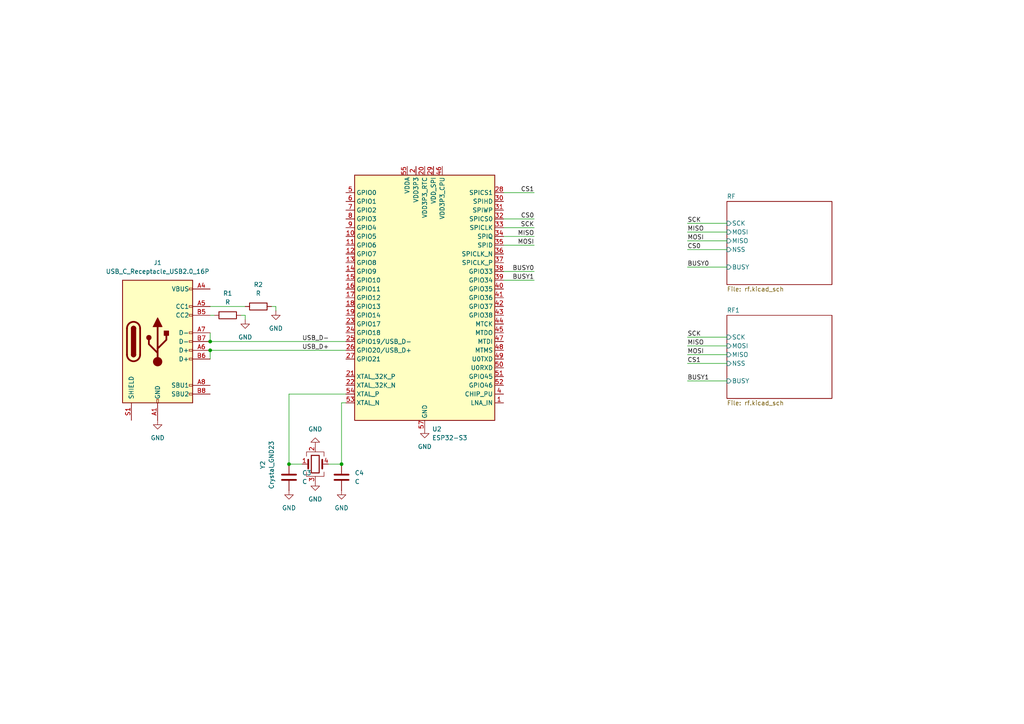
<source format=kicad_sch>
(kicad_sch (version 20250114) (generator "eeschema") (generator_version "9.0")
  (paper "A4")
  (lib_symbols
    (symbol "Connector:USB_C_Receptacle_USB2.0_16P" (pin_names (offset 1.016))
      (property "Reference" "J" (at 0 22.225 0))
      (property "Value" "USB_C_Receptacle_USB2.0_16P" (at 0 19.685 0))
      (symbol "USB_C_Receptacle_USB2.0_16P_0_0"
        (rectangle (start -0.254 -17.78) (end 0.254 -16.764))
        (rectangle (start 10.16 15.494) (end 9.144 14.986))
        (rectangle (start 10.16 10.414) (end 9.144 9.906))
        (rectangle (start 10.16 7.874) (end 9.144 7.366))
        (rectangle (start 10.16 2.794) (end 9.144 2.286))
        (rectangle (start 10.16 0.254) (end 9.144 -0.254))
        (rectangle (start 10.16 -2.286) (end 9.144 -2.794))
        (rectangle (start 10.16 -4.826) (end 9.144 -5.334))
        (rectangle (start 10.16 -12.446) (end 9.144 -12.954))
        (rectangle (start 10.16 -14.986) (end 9.144 -15.494))
      )
      (symbol "USB_C_Receptacle_USB2.0_16P_0_1"
        (rectangle (start -10.16 17.78) (end 10.16 -17.78) (stroke (width 0.254)) (fill (type background)))
        (polyline (pts (xy -8.89 -3.81) (xy -8.89 3.81)) (stroke (width 0.508)))
        (rectangle (start -7.62 -3.81) (end -6.35 3.81) (stroke (width 0.254)) (fill (type outline)))
        (arc (start -7.62 3.81) (mid -6.985 4.4423) (end -6.35 3.81) (stroke (width 0.254)))
        (arc (start -7.62 3.81) (mid -6.985 4.4423) (end -6.35 3.81) (stroke (width 0.254)) (fill (type outline)))
        (arc (start -8.89 3.81) (mid -6.985 5.7067) (end -5.08 3.81) (stroke (width 0.508)))
        (arc (start -5.08 -3.81) (mid -6.985 -5.7067) (end -8.89 -3.81) (stroke (width 0.508)))
        (arc (start -6.35 -3.81) (mid -6.985 -4.4423) (end -7.62 -3.81) (stroke (width 0.254)))
        (arc (start -6.35 -3.81) (mid -6.985 -4.4423) (end -7.62 -3.81) (stroke (width 0.254)) (fill (type outline)))
        (polyline (pts (xy -5.08 3.81) (xy -5.08 -3.81)) (stroke (width 0.508)))
        (circle (center -2.54 1.143) (radius 0.635) (stroke (width 0.254)) (fill (type outline)))
        (polyline (pts (xy -1.27 4.318) (xy 0 6.858) (xy 1.27 4.318) (xy -1.27 4.318)) (stroke (width 0.254)) (fill (type outline)))
        (polyline (pts (xy 0 -2.032) (xy 2.54 0.508) (xy 2.54 1.778)) (stroke (width 0.508)))
        (polyline (pts (xy 0 -3.302) (xy -2.54 -0.762) (xy -2.54 0.508)) (stroke (width 0.508)))
        (polyline (pts (xy 0 -5.842) (xy 0 4.318)) (stroke (width 0.508)))
        (circle (center 0 -5.842) (radius 1.27) (fill (type outline)))
        (rectangle (start 1.905 1.778) (end 3.175 3.048) (stroke (width 0.254)) (fill (type outline)))
      )
      (symbol "USB_C_Receptacle_USB2.0_16P_1_1"
        (pin passive line (at -7.62 -22.86 90) (length 5.08) (name "SHIELD") (number "S1"))
        (pin passive line (at 0 -22.86 90) (length 5.08) (name "GND") (number "A1"))
        (pin passive line (at 0 -22.86 90) (length 5.08) (hide yes) (name "GND") (number "A12"))
        (pin passive line (at 0 -22.86 90) (length 5.08) (hide yes) (name "GND") (number "B1"))
        (pin passive line (at 0 -22.86 90) (length 5.08) (hide yes) (name "GND") (number "B12"))
        (pin passive line (at 15.24 15.24 180) (length 5.08) (name "VBUS") (number "A4"))
        (pin passive line (at 15.24 15.24 180) (length 5.08) (hide yes) (name "VBUS") (number "A9"))
        (pin passive line (at 15.24 15.24 180) (length 5.08) (hide yes) (name "VBUS") (number "B4"))
        (pin passive line (at 15.24 15.24 180) (length 5.08) (hide yes) (name "VBUS") (number "B9"))
        (pin bidirectional line (at 15.24 10.16 180) (length 5.08) (name "CC1") (number "A5"))
        (pin bidirectional line (at 15.24 7.62 180) (length 5.08) (name "CC2") (number "B5"))
        (pin bidirectional line (at 15.24 2.54 180) (length 5.08) (name "D-") (number "A7"))
        (pin bidirectional line (at 15.24 0 180) (length 5.08) (name "D-") (number "B7"))
        (pin bidirectional line (at 15.24 -2.54 180) (length 5.08) (name "D+") (number "A6"))
        (pin bidirectional line (at 15.24 -5.08 180) (length 5.08) (name "D+") (number "B6"))
        (pin bidirectional line (at 15.24 -12.7 180) (length 5.08) (name "SBU1") (number "A8"))
        (pin bidirectional line (at 15.24 -15.24 180) (length 5.08) (name "SBU2") (number "B8"))
      )
    )
    (symbol "Device:C" (pin_numbers (hide yes)) (pin_names (offset 0.254))
      (property "Reference" "C" (at 0.635 2.54 0))
      (property "Value" "C" (at 0.635 -2.54 0))
      (symbol "C_0_1"
        (polyline (pts (xy -2.032 0.762) (xy 2.032 0.762)) (stroke (width 0.508)))
        (polyline (pts (xy -2.032 -0.762) (xy 2.032 -0.762)) (stroke (width 0.508)))
      )
      (symbol "C_1_1"
        (pin passive line (at 0 3.81 270) (length 2.794) (name "~") (number "1"))
        (pin passive line (at 0 -3.81 90) (length 2.794) (name "~") (number "2"))
      )
    )
    (symbol "Device:Crystal_GND23" (pin_names (offset 1.016) (hide yes))
      (property "Reference" "Y" (at 3.175 5.08 0))
      (property "Value" "Crystal_GND23" (at 3.175 3.175 0))
      (symbol "Crystal_GND23_0_1"
        (polyline (pts (xy -2.54 2.286) (xy -2.54 3.556) (xy 2.54 3.556) (xy 2.54 2.286)))
        (polyline (pts (xy -2.54 0) (xy -2.032 0)))
        (polyline (pts (xy -2.54 -2.286) (xy -2.54 -3.556) (xy 2.54 -3.556) (xy 2.54 -2.286)))
        (polyline (pts (xy -2.032 -1.27) (xy -2.032 1.27)) (stroke (width 0.508)))
        (rectangle (start -1.143 2.54) (end 1.143 -2.54) (stroke (width 0.3048)))
        (polyline (pts (xy 0 3.556) (xy 0 3.81)))
        (polyline (pts (xy 0 -3.81) (xy 0 -3.556)))
        (polyline (pts (xy 2.032 0) (xy 2.54 0)))
        (polyline (pts (xy 2.032 -1.27) (xy 2.032 1.27)) (stroke (width 0.508)))
      )
      (symbol "Crystal_GND23_1_1"
        (pin passive line (at -3.81 0 0) (length 1.27) (name "1") (number "1"))
        (pin passive line (at 0 5.08 270) (length 1.27) (name "2") (number "2"))
        (pin passive line (at 0 -5.08 90) (length 1.27) (name "3") (number "3"))
        (pin passive line (at 3.81 0 180) (length 1.27) (name "4") (number "4"))
      )
    )
    (symbol "Device:R" (pin_numbers (hide yes)) (pin_names (offset 0))
      (property "Reference" "R" (at 2.032 0 90))
      (property "Value" "R" (at 0 0 90))
      (symbol "R_0_1"
        (rectangle (start -1.016 -2.54) (end 1.016 2.54) (stroke (width 0.254)))
      )
      (symbol "R_1_1"
        (pin passive line (at 0 3.81 270) (length 1.27) (name "~") (number "1"))
        (pin passive line (at 0 -3.81 90) (length 1.27) (name "~") (number "2"))
      )
    )
    (symbol "MCU_Espressif:ESP32-S3"
      (property "Reference" "U" (at 10.16 -38.1 0))
      (property "Value" "ESP32-S3" (at 13.97 -40.64 0))
      (symbol "ESP32-S3_0_1"
        (rectangle (start -20.32 35.56) (end 20.32 -35.56) (stroke (width 0.254)) (fill (type background)))
      )
      (symbol "ESP32-S3_1_0"
        (pin passive line (at -5.08 38.1 270) (length 2.54) (hide yes) (name "VDDA") (number "56"))
        (pin bidirectional line (at 22.86 12.7 180) (length 2.54) (name "SPICLK_N") (number "36"))
        (pin bidirectional line (at 22.86 -10.16 180) (length 2.54) (name "MTDO") (number "45"))
        (pin bidirectional line (at 22.86 -22.86 180) (length 2.54) (name "GPIO45") (number "51"))
      )
      (symbol "ESP32-S3_1_1"
        (pin bidirectional line (at -22.86 30.48 0) (length 2.54) (name "GPIO0") (number "5"))
        (pin bidirectional line (at -22.86 27.94 0) (length 2.54) (name "GPIO1") (number "6"))
        (pin bidirectional line (at -22.86 25.4 0) (length 2.54) (name "GPIO2") (number "7"))
        (pin bidirectional line (at -22.86 22.86 0) (length 2.54) (name "GPIO3") (number "8"))
        (pin bidirectional line (at -22.86 20.32 0) (length 2.54) (name "GPIO4") (number "9"))
        (pin bidirectional line (at -22.86 17.78 0) (length 2.54) (name "GPIO5") (number "10"))
        (pin bidirectional line (at -22.86 15.24 0) (length 2.54) (name "GPIO6") (number "11"))
        (pin bidirectional line (at -22.86 12.7 0) (length 2.54) (name "GPIO7") (number "12"))
        (pin bidirectional line (at -22.86 10.16 0) (length 2.54) (name "GPIO8") (number "13"))
        (pin bidirectional line (at -22.86 7.62 0) (length 2.54) (name "GPIO9") (number "14"))
        (pin bidirectional line (at -22.86 5.08 0) (length 2.54) (name "GPIO10") (number "15"))
        (pin bidirectional line (at -22.86 2.54 0) (length 2.54) (name "GPIO11") (number "16"))
        (pin bidirectional line (at -22.86 0 0) (length 2.54) (name "GPIO12") (number "17"))
        (pin bidirectional line (at -22.86 -2.54 0) (length 2.54) (name "GPIO13") (number "18"))
        (pin bidirectional line (at -22.86 -5.08 0) (length 2.54) (name "GPIO14") (number "19"))
        (pin bidirectional line (at -22.86 -7.62 0) (length 2.54) (name "GPIO17") (number "23"))
        (pin bidirectional line (at -22.86 -10.16 0) (length 2.54) (name "GPIO18") (number "24"))
        (pin bidirectional line (at -22.86 -12.7 0) (length 2.54) (name "GPIO19/USB_D-") (number "25"))
        (pin bidirectional line (at -22.86 -15.24 0) (length 2.54) (name "GPIO20/USB_D+") (number "26"))
        (pin bidirectional line (at -22.86 -17.78 0) (length 2.54) (name "GPIO21") (number "27"))
        (pin passive line (at -22.86 -22.86 0) (length 2.54) (name "XTAL_32K_P") (number "21"))
        (pin passive line (at -22.86 -25.4 0) (length 2.54) (name "XTAL_32K_N") (number "22"))
        (pin input line (at -22.86 -27.94 0) (length 2.54) (name "XTAL_P") (number "54"))
        (pin output line (at -22.86 -30.48 0) (length 2.54) (name "XTAL_N") (number "53"))
        (pin power_in line (at -5.08 38.1 270) (length 2.54) (name "VDDA") (number "55"))
        (pin power_in line (at -2.54 38.1 270) (length 2.54) (name "VDD3P3") (number "2"))
        (pin passive line (at -2.54 38.1 270) (length 2.54) (hide yes) (name "VDD3P3") (number "3"))
        (pin power_in line (at 0 38.1 270) (length 2.54) (name "VDD3P3_RTC") (number "20"))
        (pin power_in line (at 0 -38.1 90) (length 2.54) (name "GND") (number "57"))
        (pin power_in line (at 2.54 38.1 270) (length 2.54) (name "VDD_SPI") (number "29"))
        (pin power_in line (at 5.08 38.1 270) (length 2.54) (name "VDD3P3_CPU") (number "46"))
        (pin bidirectional line (at 22.86 30.48 180) (length 2.54) (name "SPICS1") (number "28"))
        (pin bidirectional line (at 22.86 27.94 180) (length 2.54) (name "SPIHD") (number "30"))
        (pin bidirectional line (at 22.86 25.4 180) (length 2.54) (name "SPIWP") (number "31"))
        (pin bidirectional line (at 22.86 22.86 180) (length 2.54) (name "SPICS0") (number "32"))
        (pin bidirectional line (at 22.86 20.32 180) (length 2.54) (name "SPICLK") (number "33"))
        (pin bidirectional line (at 22.86 17.78 180) (length 2.54) (name "SPIQ") (number "34"))
        (pin bidirectional line (at 22.86 15.24 180) (length 2.54) (name "SPID") (number "35"))
        (pin bidirectional line (at 22.86 10.16 180) (length 2.54) (name "SPICLK_P") (number "37"))
        (pin bidirectional line (at 22.86 7.62 180) (length 2.54) (name "GPIO33") (number "38"))
        (pin bidirectional line (at 22.86 5.08 180) (length 2.54) (name "GPIO34") (number "39"))
        (pin bidirectional line (at 22.86 2.54 180) (length 2.54) (name "GPIO35") (number "40"))
        (pin bidirectional line (at 22.86 0 180) (length 2.54) (name "GPIO36") (number "41"))
        (pin bidirectional line (at 22.86 -2.54 180) (length 2.54) (name "GPIO37") (number "42"))
        (pin bidirectional line (at 22.86 -5.08 180) (length 2.54) (name "GPIO38") (number "43"))
        (pin bidirectional line (at 22.86 -7.62 180) (length 2.54) (name "MTCK") (number "44"))
        (pin bidirectional line (at 22.86 -12.7 180) (length 2.54) (name "MTDI") (number "47"))
        (pin bidirectional line (at 22.86 -15.24 180) (length 2.54) (name "MTMS") (number "48"))
        (pin bidirectional line (at 22.86 -17.78 180) (length 2.54) (name "U0TXD") (number "49"))
        (pin bidirectional line (at 22.86 -20.32 180) (length 2.54) (name "U0RXD") (number "50"))
        (pin bidirectional line (at 22.86 -25.4 180) (length 2.54) (name "GPIO46") (number "52"))
        (pin input line (at 22.86 -27.94 180) (length 2.54) (name "CHIP_PU") (number "4"))
        (pin bidirectional line (at 22.86 -30.48 180) (length 2.54) (name "LNA_IN") (number "1"))
      )
    )
    (symbol "power:GND" (power) (pin_numbers (hide yes)) (pin_names (offset 0) (hide yes))
      (property "Value" "GND" (at 0 -3.81 0))
      (symbol "GND_0_1"
        (polyline (pts (xy 0 0) (xy 0 -1.27) (xy 1.27 -1.27) (xy 0 -2.54) (xy -1.27 -1.27) (xy 0 -1.27)))
      )
      (symbol "GND_1_1"
        (pin power_in line (at 0 0 270) (length 0) (name "~") (number "1"))
      )
    )
  )
  (junction (at 99.06 134.62))
  (junction (at 83.82 134.62))
  (junction (at 60.96 99.06))
  (junction (at 60.96 101.6))
  (wire (pts (xy 199.39 97.79) (xy 210.82 97.79)))
  (wire (pts (xy 60.96 104.14) (xy 60.96 101.6)))
  (wire (pts (xy 146.05 81.28) (xy 154.94 81.28)))
  (wire (pts (xy 95.25 134.62) (xy 99.06 134.62)))
  (wire (pts (xy 146.05 55.88) (xy 154.94 55.88)))
  (wire (pts (xy 146.05 78.74) (xy 154.94 78.74)))
  (wire (pts (xy 78.74 88.9) (xy 80.01 88.9)))
  (wire (pts (xy 199.39 69.85) (xy 210.82 69.85)))
  (wire (pts (xy 146.05 63.5) (xy 154.94 63.5)))
  (wire (pts (xy 60.96 96.52) (xy 60.96 99.06)))
  (wire (pts (xy 60.96 101.6) (xy 100.33 101.6)))
  (wire (pts (xy 146.05 68.58) (xy 154.94 68.58)))
  (wire (pts (xy 99.06 134.62) (xy 99.06 116.84)))
  (wire (pts (xy 60.96 99.06) (xy 100.33 99.06)))
  (wire (pts (xy 199.39 77.47) (xy 210.82 77.47)))
  (wire (pts (xy 146.05 71.12) (xy 154.94 71.12)))
  (wire (pts (xy 83.82 134.62) (xy 87.63 134.62)))
  (wire (pts (xy 69.85 91.44) (xy 71.12 91.44)))
  (wire (pts (xy 199.39 110.49) (xy 210.82 110.49)))
  (wire (pts (xy 60.96 88.9) (xy 71.12 88.9)))
  (wire (pts (xy 99.06 116.84) (xy 100.33 116.84)))
  (wire (pts (xy 83.82 114.3) (xy 83.82 134.62)))
  (wire (pts (xy 199.39 67.31) (xy 210.82 67.31)))
  (wire (pts (xy 199.39 100.33) (xy 210.82 100.33)))
  (wire (pts (xy 100.33 114.3) (xy 83.82 114.3)))
  (wire (pts (xy 199.39 64.77) (xy 210.82 64.77)))
  (wire (pts (xy 80.01 88.9) (xy 80.01 90.17)))
  (wire (pts (xy 71.12 91.44) (xy 71.12 92.71)))
  (wire (pts (xy 146.05 66.04) (xy 154.94 66.04)))
  (wire (pts (xy 199.39 102.87) (xy 210.82 102.87)))
  (wire (pts (xy 199.39 105.41) (xy 210.82 105.41)))
  (wire (pts (xy 60.96 91.44) (xy 62.23 91.44)))
  (wire (pts (xy 199.39 72.39) (xy 210.82 72.39)))
  (label "CS1" (at 199.39 105.41 0))
  (label "MISO" (at 199.39 100.33 0))
  (label "MISO" (at 199.39 67.31 0))
  (label "USB_D+" (at 87.63 101.6 0))
  (label "MOSI" (at 154.94 71.12 180))
  (label "BUSY0" (at 199.39 77.47 0))
  (label "SCK" (at 199.39 64.77 0))
  (label "SCK" (at 154.94 66.04 180))
  (label "MOSI" (at 199.39 102.87 0))
  (label "BUSY1" (at 154.94 81.28 180))
  (label "SCK" (at 199.39 97.79 0))
  (label "CS0" (at 199.39 72.39 0))
  (label "CS1" (at 154.94 55.88 180))
  (label "MOSI" (at 199.39 69.85 0))
  (label "USB_D-" (at 87.63 99.06 0))
  (label "CS0" (at 154.94 63.5 180))
  (label "BUSY0" (at 154.94 78.74 180))
  (label "BUSY1" (at 199.39 110.49 0))
  (label "MISO" (at 154.94 68.58 180))
  (symbol (lib_id "Device:C") (at 99.06 138.43 0) (unit 1)
    (property "Reference" "C4" (at 102.87 137.1599 0) (effects (justify left)))
    (property "Value" "C" (at 102.87 139.6999 0) (effects (justify left)))
    (property "Description" "Unpolarized capacitor" (effects (hide yes)))
  )
  (symbol (lib_id "power:GND") (at 71.12 92.71 0) (unit 1)
    (property "Reference" "#PWR010" (effects (hide yes)))
    (property "Value" "GND" (at 71.12 97.79 0))
    (property "Description" "Power symbol creates a global label with name \"GND\" , ground" (effects (hide yes)))
  )
  (symbol (lib_id "power:GND") (at 45.72 121.92 0) (unit 1)
    (property "Reference" "#PWR07" (effects (hide yes)))
    (property "Value" "GND" (at 45.72 127 0))
    (property "Description" "Power symbol creates a global label with name \"GND\" , ground" (effects (hide yes)))
  )
  (symbol (lib_id "Device:R") (at 66.04 91.44 90) (unit 1)
    (property "Reference" "R1" (at 66.04 85.09 90))
    (property "Value" "R" (at 66.04 87.63 90))
    (property "Description" "Resistor" (effects (hide yes)))
  )
  (symbol (lib_id "power:GND") (at 91.44 129.54 180) (unit 1)
    (property "Reference" "#PWR013" (effects (hide yes)))
    (property "Value" "GND" (at 91.44 124.46 0))
    (property "Description" "Power symbol creates a global label with name \"GND\" , ground" (effects (hide yes)))
  )
  (symbol (lib_id "power:GND") (at 99.06 142.24 0) (unit 1)
    (property "Reference" "#PWR09" (effects (hide yes)))
    (property "Value" "GND" (at 99.06 147.32 0))
    (property "Description" "Power symbol creates a global label with name \"GND\" , ground" (effects (hide yes)))
  )
  (symbol (lib_id "power:GND") (at 123.19 124.46 0) (unit 1)
    (property "Reference" "#PWR06" (effects (hide yes)))
    (property "Value" "GND" (at 123.19 129.54 0))
    (property "Description" "Power symbol creates a global label with name \"GND\" , ground" (effects (hide yes)))
  )
  (symbol (lib_id "power:GND") (at 83.82 142.24 0) (unit 1)
    (property "Reference" "#PWR08" (effects (hide yes)))
    (property "Value" "GND" (at 83.82 147.32 0))
    (property "Description" "Power symbol creates a global label with name \"GND\" , ground" (effects (hide yes)))
  )
  (symbol (lib_id "Connector:USB_C_Receptacle_USB2.0_16P") (at 45.72 99.06 0) (unit 1)
    (property "Reference" "J1" (at 45.72 76.2 0))
    (property "Value" "USB_C_Receptacle_USB2.0_16P" (at 45.72 78.74 0))
    (property "Datasheet" "https://www.usb.org/sites/default/files/documents/usb_type-c.zip" (effects (hide yes)))
    (property "Description" "USB 2.0-only 16P Type-C Receptacle connector" (effects (hide yes)))
  )
  (symbol (lib_id "MCU_Espressif:ESP32-S3") (at 123.19 86.36 0) (unit 1)
    (property "Reference" "U2" (at 125.3333 124.46 0) (effects (justify left)))
    (property "Value" "ESP32-S3" (at 125.3333 127 0) (effects (justify left)))
    (property "Footprint" "Package_DFN_QFN:QFN-56-1EP_7x7mm_P0.4mm_EP4x4mm" (effects (hide yes)))
    (property "Datasheet" "https://www.espressif.com/sites/default/files/documentation/esp32-s3_datasheet_en.pdf" (effects (hide yes)))
    (property "Description" "Microcontroller, Wi-Fi 802.11b/g/n, Bluetooth, 32bit" (effects (hide yes)))
  )
  (symbol (lib_id "Device:Crystal_GND23") (at 91.44 134.62 0) (unit 1)
    (property "Reference" "Y2" (at 76.2 134.874 90))
    (property "Value" "Crystal_GND23" (at 78.74 134.874 90))
    (property "Description" "Four pin crystal, GND on pins 2 and 3" (effects (hide yes)))
  )
  (symbol (lib_id "power:GND") (at 80.01 90.17 0) (unit 1)
    (property "Reference" "#PWR011" (effects (hide yes)))
    (property "Value" "GND" (at 80.01 95.25 0))
    (property "Description" "Power symbol creates a global label with name \"GND\" , ground" (effects (hide yes)))
  )
  (symbol (lib_id "Device:R") (at 74.93 88.9 90) (unit 1)
    (property "Reference" "R2" (at 74.93 82.55 90))
    (property "Value" "R" (at 74.93 85.09 90))
    (property "Description" "Resistor" (effects (hide yes)))
  )
  (symbol (lib_id "Device:C") (at 83.82 138.43 0) (unit 1)
    (property "Reference" "C3" (at 87.63 137.1599 0) (effects (justify left)))
    (property "Value" "C" (at 87.63 139.6999 0) (effects (justify left)))
    (property "Description" "Unpolarized capacitor" (effects (hide yes)))
  )
  (symbol (lib_id "power:GND") (at 91.44 139.7 0) (unit 1)
    (property "Reference" "#PWR012" (effects (hide yes)))
    (property "Value" "GND" (at 91.44 144.78 0))
    (property "Description" "Power symbol creates a global label with name \"GND\" , ground" (effects (hide yes)))
  )
  (sheet (at 210.82 91.44) (size 30.48 24.13) (stroke (width 0.1524))
    (property "Sheetname" "RF1" (at 210.82 90.7284 0) (effects (justify left bottom)))
    (property "Sheetfile" "rf.kicad_sch" (at 210.82 116.1546 0) (effects (justify left top)))
    (pin "BUSY" input (at 210.82 110.49 180))
    (pin "MISO" input (at 210.82 102.87 180))
    (pin "MOSI" input (at 210.82 100.33 180))
    (pin "NSS" input (at 210.82 105.41 180))
    (pin "SCK" input (at 210.82 97.79 180))
  )
  (sheet (at 210.82 58.42) (size 30.48 24.13) (stroke (width 0.1524))
    (property "Sheetname" "RF" (at 210.82 57.7084 0) (effects (justify left bottom)))
    (property "Sheetfile" "rf.kicad_sch" (at 210.82 83.1346 0) (effects (justify left top)))
    (pin "BUSY" input (at 210.82 77.47 180))
    (pin "MISO" input (at 210.82 69.85 180))
    (pin "MOSI" input (at 210.82 67.31 180))
    (pin "NSS" input (at 210.82 72.39 180))
    (pin "SCK" input (at 210.82 64.77 180))
  )
)
</source>
